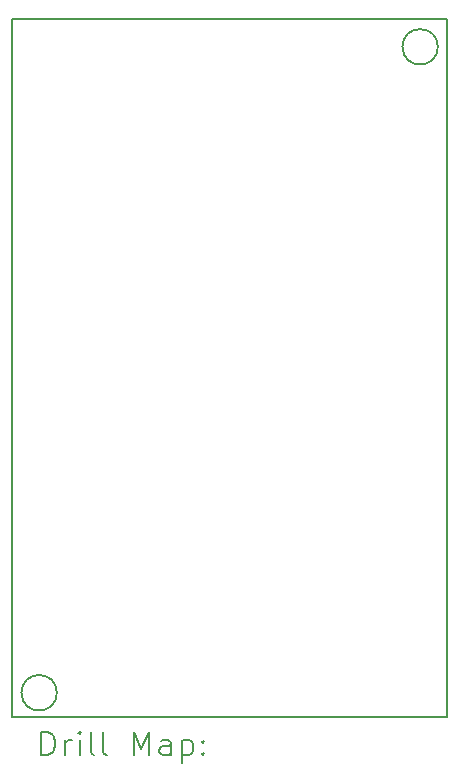
<source format=gbr>
%FSLAX45Y45*%
G04 Gerber Fmt 4.5, Leading zero omitted, Abs format (unit mm)*
G04 Created by KiCad (PCBNEW (6.0.4)) date 2022-08-05 19:54:17*
%MOMM*%
%LPD*%
G01*
G04 APERTURE LIST*
%TA.AperFunction,Profile*%
%ADD10C,0.200000*%
%TD*%
%ADD11C,0.200000*%
G04 APERTURE END LIST*
D10*
X13700900Y-11455400D02*
G75*
G03*
X13700900Y-11455400I-150000J0D01*
G01*
X16926700Y-5986400D02*
G75*
G03*
X16926700Y-5986400I-150000J0D01*
G01*
X13322300Y-11664201D02*
X17005300Y-11664201D01*
X17005300Y-11664201D02*
X17005300Y-5753100D01*
X17005300Y-5753100D02*
X13322300Y-5753100D01*
X13322300Y-5753100D02*
X13322300Y-11664201D01*
D11*
X13569919Y-11984677D02*
X13569919Y-11784677D01*
X13617538Y-11784677D01*
X13646109Y-11794201D01*
X13665157Y-11813248D01*
X13674681Y-11832296D01*
X13684205Y-11870391D01*
X13684205Y-11898963D01*
X13674681Y-11937058D01*
X13665157Y-11956105D01*
X13646109Y-11975153D01*
X13617538Y-11984677D01*
X13569919Y-11984677D01*
X13769919Y-11984677D02*
X13769919Y-11851343D01*
X13769919Y-11889439D02*
X13779443Y-11870391D01*
X13788967Y-11860867D01*
X13808014Y-11851343D01*
X13827062Y-11851343D01*
X13893728Y-11984677D02*
X13893728Y-11851343D01*
X13893728Y-11784677D02*
X13884205Y-11794201D01*
X13893728Y-11803724D01*
X13903252Y-11794201D01*
X13893728Y-11784677D01*
X13893728Y-11803724D01*
X14017538Y-11984677D02*
X13998490Y-11975153D01*
X13988967Y-11956105D01*
X13988967Y-11784677D01*
X14122300Y-11984677D02*
X14103252Y-11975153D01*
X14093728Y-11956105D01*
X14093728Y-11784677D01*
X14350871Y-11984677D02*
X14350871Y-11784677D01*
X14417538Y-11927534D01*
X14484205Y-11784677D01*
X14484205Y-11984677D01*
X14665157Y-11984677D02*
X14665157Y-11879915D01*
X14655633Y-11860867D01*
X14636586Y-11851343D01*
X14598490Y-11851343D01*
X14579443Y-11860867D01*
X14665157Y-11975153D02*
X14646109Y-11984677D01*
X14598490Y-11984677D01*
X14579443Y-11975153D01*
X14569919Y-11956105D01*
X14569919Y-11937058D01*
X14579443Y-11918010D01*
X14598490Y-11908486D01*
X14646109Y-11908486D01*
X14665157Y-11898963D01*
X14760395Y-11851343D02*
X14760395Y-12051343D01*
X14760395Y-11860867D02*
X14779443Y-11851343D01*
X14817538Y-11851343D01*
X14836586Y-11860867D01*
X14846109Y-11870391D01*
X14855633Y-11889439D01*
X14855633Y-11946582D01*
X14846109Y-11965629D01*
X14836586Y-11975153D01*
X14817538Y-11984677D01*
X14779443Y-11984677D01*
X14760395Y-11975153D01*
X14941348Y-11965629D02*
X14950871Y-11975153D01*
X14941348Y-11984677D01*
X14931824Y-11975153D01*
X14941348Y-11965629D01*
X14941348Y-11984677D01*
X14941348Y-11860867D02*
X14950871Y-11870391D01*
X14941348Y-11879915D01*
X14931824Y-11870391D01*
X14941348Y-11860867D01*
X14941348Y-11879915D01*
M02*

</source>
